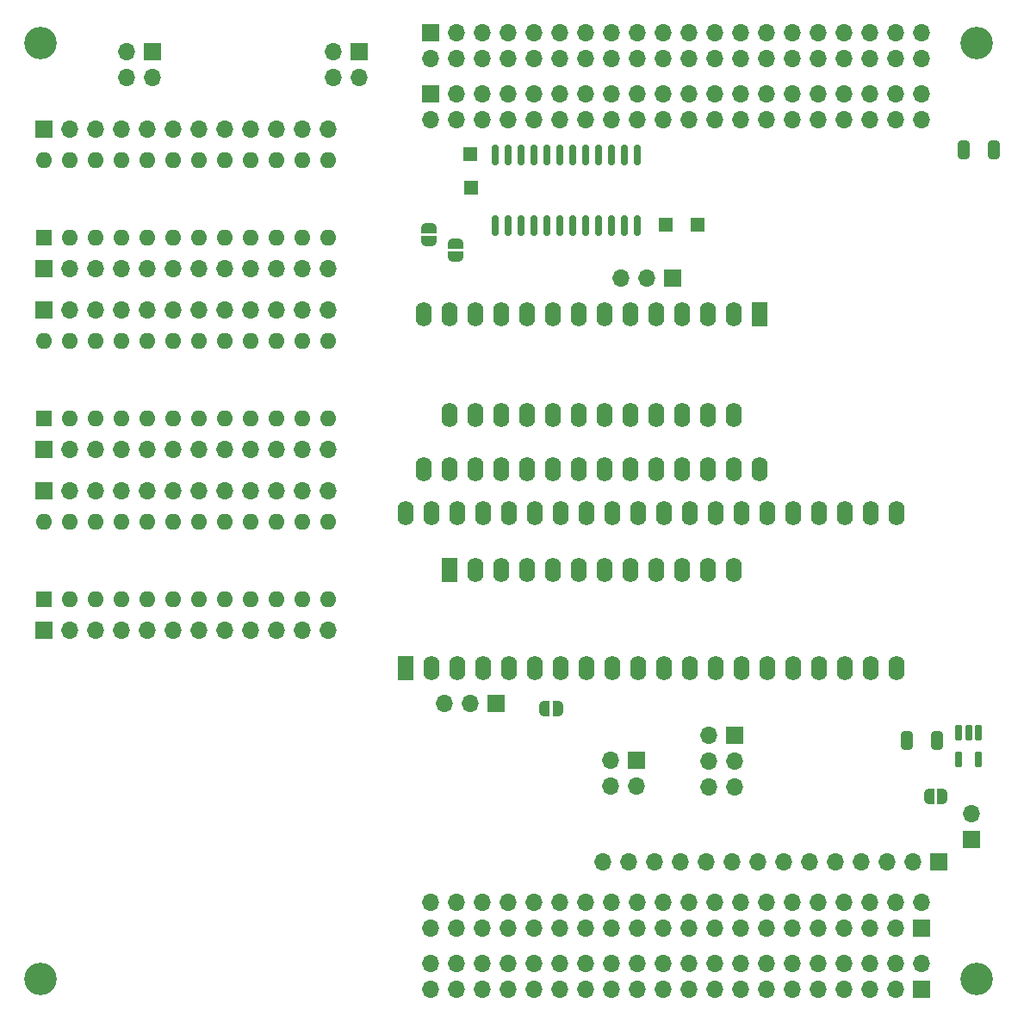
<source format=gbr>
%TF.GenerationSoftware,KiCad,Pcbnew,8.0.5-8.0.5-0~ubuntu22.04.1*%
%TF.CreationDate,2024-10-05T20:40:55+02:00*%
%TF.ProjectId,MOT_SerialBoard,4d4f545f-5365-4726-9961-6c426f617264,rev?*%
%TF.SameCoordinates,Original*%
%TF.FileFunction,Soldermask,Top*%
%TF.FilePolarity,Negative*%
%FSLAX46Y46*%
G04 Gerber Fmt 4.6, Leading zero omitted, Abs format (unit mm)*
G04 Created by KiCad (PCBNEW 8.0.5-8.0.5-0~ubuntu22.04.1) date 2024-10-05 20:40:55*
%MOMM*%
%LPD*%
G01*
G04 APERTURE LIST*
G04 Aperture macros list*
%AMRoundRect*
0 Rectangle with rounded corners*
0 $1 Rounding radius*
0 $2 $3 $4 $5 $6 $7 $8 $9 X,Y pos of 4 corners*
0 Add a 4 corners polygon primitive as box body*
4,1,4,$2,$3,$4,$5,$6,$7,$8,$9,$2,$3,0*
0 Add four circle primitives for the rounded corners*
1,1,$1+$1,$2,$3*
1,1,$1+$1,$4,$5*
1,1,$1+$1,$6,$7*
1,1,$1+$1,$8,$9*
0 Add four rect primitives between the rounded corners*
20,1,$1+$1,$2,$3,$4,$5,0*
20,1,$1+$1,$4,$5,$6,$7,0*
20,1,$1+$1,$6,$7,$8,$9,0*
20,1,$1+$1,$8,$9,$2,$3,0*%
%AMFreePoly0*
4,1,19,0.500000,-0.750000,0.000000,-0.750000,0.000000,-0.744911,-0.071157,-0.744911,-0.207708,-0.704816,-0.327430,-0.627875,-0.420627,-0.520320,-0.479746,-0.390866,-0.500000,-0.250000,-0.500000,0.250000,-0.479746,0.390866,-0.420627,0.520320,-0.327430,0.627875,-0.207708,0.704816,-0.071157,0.744911,0.000000,0.744911,0.000000,0.750000,0.500000,0.750000,0.500000,-0.750000,0.500000,-0.750000,
$1*%
%AMFreePoly1*
4,1,19,0.000000,0.744911,0.071157,0.744911,0.207708,0.704816,0.327430,0.627875,0.420627,0.520320,0.479746,0.390866,0.500000,0.250000,0.500000,-0.250000,0.479746,-0.390866,0.420627,-0.520320,0.327430,-0.627875,0.207708,-0.704816,0.071157,-0.744911,0.000000,-0.744911,0.000000,-0.750000,-0.500000,-0.750000,-0.500000,0.750000,0.000000,0.750000,0.000000,0.744911,0.000000,0.744911,
$1*%
G04 Aperture macros list end*
%ADD10R,1.700000X1.700000*%
%ADD11O,1.700000X1.700000*%
%ADD12R,1.600000X1.600000*%
%ADD13O,1.600000X1.600000*%
%ADD14R,1.600000X2.400000*%
%ADD15O,1.600000X2.400000*%
%ADD16RoundRect,0.250000X-0.325000X-0.650000X0.325000X-0.650000X0.325000X0.650000X-0.325000X0.650000X0*%
%ADD17RoundRect,0.162500X-0.162500X0.617500X-0.162500X-0.617500X0.162500X-0.617500X0.162500X0.617500X0*%
%ADD18FreePoly0,270.000000*%
%ADD19FreePoly1,270.000000*%
%ADD20R,1.350000X1.350000*%
%ADD21FreePoly0,180.000000*%
%ADD22FreePoly1,180.000000*%
%ADD23FreePoly0,0.000000*%
%ADD24FreePoly1,0.000000*%
%ADD25C,3.200000*%
%ADD26RoundRect,0.150000X0.150000X-0.837500X0.150000X0.837500X-0.150000X0.837500X-0.150000X-0.837500X0*%
%ADD27RoundRect,0.250000X0.325000X0.650000X-0.325000X0.650000X-0.325000X-0.650000X0.325000X-0.650000X0*%
G04 APERTURE END LIST*
D10*
%TO.C,J16*%
X54356000Y-80264000D03*
D11*
X56896000Y-80264000D03*
X59436000Y-80264000D03*
X61976000Y-80264000D03*
X64516000Y-80264000D03*
X67056000Y-80264000D03*
X69596000Y-80264000D03*
X72136000Y-80264000D03*
X74676000Y-80264000D03*
X77216000Y-80264000D03*
X79756000Y-80264000D03*
X82296000Y-80264000D03*
%TD*%
D12*
%TO.C,J15*%
X54356000Y-90932000D03*
D13*
X56896000Y-90932000D03*
X59436000Y-90932000D03*
X61976000Y-90932000D03*
X64516000Y-90932000D03*
X67056000Y-90932000D03*
X69596000Y-90932000D03*
X72136000Y-90932000D03*
X74676000Y-90932000D03*
X77216000Y-90932000D03*
X79756000Y-90932000D03*
X82296000Y-90932000D03*
X82296000Y-83312000D03*
X79756000Y-83312000D03*
X77216000Y-83312000D03*
X74676000Y-83312000D03*
X72136000Y-83312000D03*
X69596000Y-83312000D03*
X67056000Y-83312000D03*
X64516000Y-83312000D03*
X61976000Y-83312000D03*
X59436000Y-83312000D03*
X56896000Y-83312000D03*
X54356000Y-83312000D03*
%TD*%
D10*
%TO.C,J14*%
X54356000Y-93980000D03*
D11*
X56896000Y-93980000D03*
X59436000Y-93980000D03*
X61976000Y-93980000D03*
X64516000Y-93980000D03*
X67056000Y-93980000D03*
X69596000Y-93980000D03*
X72136000Y-93980000D03*
X74676000Y-93980000D03*
X77216000Y-93980000D03*
X79756000Y-93980000D03*
X82296000Y-93980000D03*
%TD*%
D10*
%TO.C,J13*%
X54356000Y-98044000D03*
D11*
X56896000Y-98044000D03*
X59436000Y-98044000D03*
X61976000Y-98044000D03*
X64516000Y-98044000D03*
X67056000Y-98044000D03*
X69596000Y-98044000D03*
X72136000Y-98044000D03*
X74676000Y-98044000D03*
X77216000Y-98044000D03*
X79756000Y-98044000D03*
X82296000Y-98044000D03*
%TD*%
D12*
%TO.C,J12*%
X54356000Y-108712000D03*
D13*
X56896000Y-108712000D03*
X59436000Y-108712000D03*
X61976000Y-108712000D03*
X64516000Y-108712000D03*
X67056000Y-108712000D03*
X69596000Y-108712000D03*
X72136000Y-108712000D03*
X74676000Y-108712000D03*
X77216000Y-108712000D03*
X79756000Y-108712000D03*
X82296000Y-108712000D03*
X82296000Y-101092000D03*
X79756000Y-101092000D03*
X77216000Y-101092000D03*
X74676000Y-101092000D03*
X72136000Y-101092000D03*
X69596000Y-101092000D03*
X67056000Y-101092000D03*
X64516000Y-101092000D03*
X61976000Y-101092000D03*
X59436000Y-101092000D03*
X56896000Y-101092000D03*
X54356000Y-101092000D03*
%TD*%
D10*
%TO.C,J7*%
X54356000Y-111760000D03*
D11*
X56896000Y-111760000D03*
X59436000Y-111760000D03*
X61976000Y-111760000D03*
X64516000Y-111760000D03*
X67056000Y-111760000D03*
X69596000Y-111760000D03*
X72136000Y-111760000D03*
X74676000Y-111760000D03*
X77216000Y-111760000D03*
X79756000Y-111760000D03*
X82296000Y-111760000D03*
%TD*%
D10*
%TO.C,J37*%
X54356000Y-62484000D03*
D11*
X56896000Y-62484000D03*
X59436000Y-62484000D03*
X61976000Y-62484000D03*
X64516000Y-62484000D03*
X67056000Y-62484000D03*
X69596000Y-62484000D03*
X72136000Y-62484000D03*
X74676000Y-62484000D03*
X77216000Y-62484000D03*
X79756000Y-62484000D03*
X82296000Y-62484000D03*
%TD*%
D10*
%TO.C,J27*%
X112531000Y-124479000D03*
D11*
X109991000Y-124479000D03*
X112531000Y-127019000D03*
X109991000Y-127019000D03*
%TD*%
D10*
%TO.C,J30*%
X65024000Y-54864000D03*
D11*
X62484000Y-54864000D03*
X65024000Y-57404000D03*
X62484000Y-57404000D03*
%TD*%
D10*
%TO.C,J1*%
X92367000Y-53000000D03*
D11*
X92367000Y-55540000D03*
X94907000Y-53000000D03*
X94907000Y-55540000D03*
X97447000Y-53000000D03*
X97447000Y-55540000D03*
X99987000Y-53000000D03*
X99987000Y-55540000D03*
X102527000Y-53000000D03*
X102527000Y-55540000D03*
X105067000Y-53000000D03*
X105067000Y-55540000D03*
X107607000Y-53000000D03*
X107607000Y-55540000D03*
X110147000Y-53000000D03*
X110147000Y-55540000D03*
X112687000Y-53000000D03*
X112687000Y-55540000D03*
X115227000Y-53000000D03*
X115227000Y-55540000D03*
X117767000Y-53000000D03*
X117767000Y-55540000D03*
X120307000Y-53000000D03*
X120307000Y-55540000D03*
X122847000Y-53000000D03*
X122847000Y-55540000D03*
X125387000Y-53000000D03*
X125387000Y-55540000D03*
X127927000Y-53000000D03*
X127927000Y-55540000D03*
X130467000Y-53000000D03*
X130467000Y-55540000D03*
X133007000Y-53000000D03*
X133007000Y-55540000D03*
X135547000Y-53000000D03*
X135547000Y-55540000D03*
X138087000Y-53000000D03*
X138087000Y-55540000D03*
X140627000Y-53000000D03*
X140627000Y-55540000D03*
%TD*%
D14*
%TO.C,U1*%
X124648000Y-80674800D03*
D15*
X122108000Y-80674800D03*
X119568000Y-80674800D03*
X117028000Y-80674800D03*
X114488000Y-80674800D03*
X111948000Y-80674800D03*
X109408000Y-80674800D03*
X106868000Y-80674800D03*
X104328000Y-80674800D03*
X101788000Y-80674800D03*
X99248000Y-80674800D03*
X96708000Y-80674800D03*
X94168000Y-80674800D03*
X91628000Y-80674800D03*
X91628000Y-95914800D03*
X94168000Y-95914800D03*
X96708000Y-95914800D03*
X99248000Y-95914800D03*
X101788000Y-95914800D03*
X104328000Y-95914800D03*
X106868000Y-95914800D03*
X109408000Y-95914800D03*
X111948000Y-95914800D03*
X114488000Y-95914800D03*
X117028000Y-95914800D03*
X119568000Y-95914800D03*
X122108000Y-95914800D03*
X124648000Y-95914800D03*
%TD*%
D16*
%TO.C,C3*%
X144725000Y-64500000D03*
X147675000Y-64500000D03*
%TD*%
D17*
%TO.C,U5*%
X146172000Y-121760000D03*
X145222000Y-121760000D03*
X144272000Y-121760000D03*
X144272000Y-124460000D03*
X146172000Y-124460000D03*
%TD*%
D18*
%TO.C,JP8*%
X94800000Y-73675000D03*
D19*
X94800000Y-74975000D03*
%TD*%
D10*
%TO.C,J4*%
X140627000Y-141000000D03*
D11*
X140627000Y-138460000D03*
X138087000Y-141000000D03*
X138087000Y-138460000D03*
X135547000Y-141000000D03*
X135547000Y-138460000D03*
X133007000Y-141000000D03*
X133007000Y-138460000D03*
X130467000Y-141000000D03*
X130467000Y-138460000D03*
X127927000Y-141000000D03*
X127927000Y-138460000D03*
X125387000Y-141000000D03*
X125387000Y-138460000D03*
X122847000Y-141000000D03*
X122847000Y-138460000D03*
X120307000Y-141000000D03*
X120307000Y-138460000D03*
X117767000Y-141000000D03*
X117767000Y-138460000D03*
X115227000Y-141000000D03*
X115227000Y-138460000D03*
X112687000Y-141000000D03*
X112687000Y-138460000D03*
X110147000Y-141000000D03*
X110147000Y-138460000D03*
X107607000Y-141000000D03*
X107607000Y-138460000D03*
X105067000Y-141000000D03*
X105067000Y-138460000D03*
X102527000Y-141000000D03*
X102527000Y-138460000D03*
X99987000Y-141000000D03*
X99987000Y-138460000D03*
X97447000Y-141000000D03*
X97447000Y-138460000D03*
X94907000Y-141000000D03*
X94907000Y-138460000D03*
X92367000Y-141000000D03*
X92367000Y-138460000D03*
%TD*%
D10*
%TO.C,J31*%
X85344000Y-54864000D03*
D11*
X82804000Y-54864000D03*
X85344000Y-57404000D03*
X82804000Y-57404000D03*
%TD*%
D10*
%TO.C,JP3*%
X98775000Y-118875000D03*
D11*
X96235000Y-118875000D03*
X93695000Y-118875000D03*
%TD*%
D10*
%TO.C,J29*%
X54356000Y-76200000D03*
D11*
X56896000Y-76200000D03*
X59436000Y-76200000D03*
X61976000Y-76200000D03*
X64516000Y-76200000D03*
X67056000Y-76200000D03*
X69596000Y-76200000D03*
X72136000Y-76200000D03*
X74676000Y-76200000D03*
X77216000Y-76200000D03*
X79756000Y-76200000D03*
X82296000Y-76200000D03*
%TD*%
D20*
%TO.C,J10*%
X96300000Y-68200000D03*
%TD*%
D10*
%TO.C,J6*%
X122250000Y-122020000D03*
D11*
X119710000Y-122020000D03*
X122250000Y-124560000D03*
X119710000Y-124560000D03*
X122250000Y-127100000D03*
X119710000Y-127100000D03*
%TD*%
D21*
%TO.C,JP4*%
X142625000Y-128050000D03*
D22*
X141325000Y-128050000D03*
%TD*%
D20*
%TO.C,J5*%
X96225000Y-64925000D03*
%TD*%
D10*
%TO.C,J26*%
X145517000Y-132314000D03*
D11*
X145517000Y-129774000D03*
%TD*%
D10*
%TO.C,J2*%
X140627000Y-147000000D03*
D11*
X140627000Y-144460000D03*
X138087000Y-147000000D03*
X138087000Y-144460000D03*
X135547000Y-147000000D03*
X135547000Y-144460000D03*
X133007000Y-147000000D03*
X133007000Y-144460000D03*
X130467000Y-147000000D03*
X130467000Y-144460000D03*
X127927000Y-147000000D03*
X127927000Y-144460000D03*
X125387000Y-147000000D03*
X125387000Y-144460000D03*
X122847000Y-147000000D03*
X122847000Y-144460000D03*
X120307000Y-147000000D03*
X120307000Y-144460000D03*
X117767000Y-147000000D03*
X117767000Y-144460000D03*
X115227000Y-147000000D03*
X115227000Y-144460000D03*
X112687000Y-147000000D03*
X112687000Y-144460000D03*
X110147000Y-147000000D03*
X110147000Y-144460000D03*
X107607000Y-147000000D03*
X107607000Y-144460000D03*
X105067000Y-147000000D03*
X105067000Y-144460000D03*
X102527000Y-147000000D03*
X102527000Y-144460000D03*
X99987000Y-147000000D03*
X99987000Y-144460000D03*
X97447000Y-147000000D03*
X97447000Y-144460000D03*
X94907000Y-147000000D03*
X94907000Y-144460000D03*
X92367000Y-147000000D03*
X92367000Y-144460000D03*
%TD*%
D23*
%TO.C,JP2*%
X103550000Y-119425000D03*
D24*
X104850000Y-119425000D03*
%TD*%
D14*
%TO.C,U3*%
X89855000Y-115477800D03*
D15*
X92395000Y-115477800D03*
X94935000Y-115477800D03*
X97475000Y-115477800D03*
X100015000Y-115477800D03*
X102555000Y-115477800D03*
X105095000Y-115477800D03*
X107635000Y-115477800D03*
X110175000Y-115477800D03*
X112715000Y-115477800D03*
X115255000Y-115477800D03*
X117795000Y-115477800D03*
X120335000Y-115477800D03*
X122875000Y-115477800D03*
X125415000Y-115477800D03*
X127955000Y-115477800D03*
X130495000Y-115477800D03*
X133035000Y-115477800D03*
X135575000Y-115477800D03*
X138115000Y-115477800D03*
X138115000Y-100237800D03*
X135575000Y-100237800D03*
X133035000Y-100237800D03*
X130495000Y-100237800D03*
X127955000Y-100237800D03*
X125415000Y-100237800D03*
X122875000Y-100237800D03*
X120335000Y-100237800D03*
X117795000Y-100237800D03*
X115255000Y-100237800D03*
X112715000Y-100237800D03*
X110175000Y-100237800D03*
X107635000Y-100237800D03*
X105095000Y-100237800D03*
X102555000Y-100237800D03*
X100015000Y-100237800D03*
X97475000Y-100237800D03*
X94935000Y-100237800D03*
X92395000Y-100237800D03*
X89855000Y-100237800D03*
%TD*%
D25*
%TO.C,H3*%
X146000000Y-54000000D03*
%TD*%
D10*
%TO.C,J11*%
X142325000Y-134525000D03*
D11*
X139785000Y-134525000D03*
X137245000Y-134525000D03*
X134705000Y-134525000D03*
X132165000Y-134525000D03*
X129625000Y-134525000D03*
X127085000Y-134525000D03*
X124545000Y-134525000D03*
X122005000Y-134525000D03*
X119465000Y-134525000D03*
X116925000Y-134525000D03*
X114385000Y-134525000D03*
X111845000Y-134525000D03*
X109305000Y-134525000D03*
%TD*%
D12*
%TO.C,J35*%
X54356000Y-73152000D03*
D13*
X56896000Y-73152000D03*
X59436000Y-73152000D03*
X61976000Y-73152000D03*
X64516000Y-73152000D03*
X67056000Y-73152000D03*
X69596000Y-73152000D03*
X72136000Y-73152000D03*
X74676000Y-73152000D03*
X77216000Y-73152000D03*
X79756000Y-73152000D03*
X82296000Y-73152000D03*
X82296000Y-65532000D03*
X79756000Y-65532000D03*
X77216000Y-65532000D03*
X74676000Y-65532000D03*
X72136000Y-65532000D03*
X69596000Y-65532000D03*
X67056000Y-65532000D03*
X64516000Y-65532000D03*
X61976000Y-65532000D03*
X59436000Y-65532000D03*
X56896000Y-65532000D03*
X54356000Y-65532000D03*
%TD*%
D10*
%TO.C,J3*%
X92367000Y-59000000D03*
D11*
X92367000Y-61540000D03*
X94907000Y-59000000D03*
X94907000Y-61540000D03*
X97447000Y-59000000D03*
X97447000Y-61540000D03*
X99987000Y-59000000D03*
X99987000Y-61540000D03*
X102527000Y-59000000D03*
X102527000Y-61540000D03*
X105067000Y-59000000D03*
X105067000Y-61540000D03*
X107607000Y-59000000D03*
X107607000Y-61540000D03*
X110147000Y-59000000D03*
X110147000Y-61540000D03*
X112687000Y-59000000D03*
X112687000Y-61540000D03*
X115227000Y-59000000D03*
X115227000Y-61540000D03*
X117767000Y-59000000D03*
X117767000Y-61540000D03*
X120307000Y-59000000D03*
X120307000Y-61540000D03*
X122847000Y-59000000D03*
X122847000Y-61540000D03*
X125387000Y-59000000D03*
X125387000Y-61540000D03*
X127927000Y-59000000D03*
X127927000Y-61540000D03*
X130467000Y-59000000D03*
X130467000Y-61540000D03*
X133007000Y-59000000D03*
X133007000Y-61540000D03*
X135547000Y-59000000D03*
X135547000Y-61540000D03*
X138087000Y-59000000D03*
X138087000Y-61540000D03*
X140627000Y-59000000D03*
X140627000Y-61540000D03*
%TD*%
D10*
%TO.C,JP1*%
X116125000Y-77125000D03*
D11*
X113585000Y-77125000D03*
X111045000Y-77125000D03*
%TD*%
D18*
%TO.C,JP9*%
X92200000Y-72150000D03*
D19*
X92200000Y-73450000D03*
%TD*%
D26*
%TO.C,U9*%
X98714717Y-71919580D03*
X99984717Y-71919580D03*
X101254717Y-71919580D03*
X102524717Y-71919580D03*
X103794717Y-71919580D03*
X105064717Y-71919580D03*
X106334717Y-71919580D03*
X107604717Y-71919580D03*
X108874717Y-71919580D03*
X110144717Y-71919580D03*
X111414717Y-71919580D03*
X112684717Y-71919580D03*
X112684717Y-64994580D03*
X111414717Y-64994580D03*
X110144717Y-64994580D03*
X108874717Y-64994580D03*
X107604717Y-64994580D03*
X106334717Y-64994580D03*
X105064717Y-64994580D03*
X103794717Y-64994580D03*
X102524717Y-64994580D03*
X101254717Y-64994580D03*
X99984717Y-64994580D03*
X98714717Y-64994580D03*
%TD*%
D25*
%TO.C,H1*%
X54000000Y-54000000D03*
%TD*%
%TO.C,H2*%
X54000000Y-146000000D03*
%TD*%
D27*
%TO.C,C7*%
X142100000Y-122525000D03*
X139150000Y-122525000D03*
%TD*%
D14*
%TO.C,U4*%
X94168000Y-105820800D03*
D15*
X96708000Y-105820800D03*
X99248000Y-105820800D03*
X101788000Y-105820800D03*
X104328000Y-105820800D03*
X106868000Y-105820800D03*
X109408000Y-105820800D03*
X111948000Y-105820800D03*
X114488000Y-105820800D03*
X117028000Y-105820800D03*
X119568000Y-105820800D03*
X122108000Y-105820800D03*
X122108000Y-90580800D03*
X119568000Y-90580800D03*
X117028000Y-90580800D03*
X114488000Y-90580800D03*
X111948000Y-90580800D03*
X109408000Y-90580800D03*
X106868000Y-90580800D03*
X104328000Y-90580800D03*
X101788000Y-90580800D03*
X99248000Y-90580800D03*
X96708000Y-90580800D03*
X94168000Y-90580800D03*
%TD*%
D25*
%TO.C,H4*%
X146000000Y-146000000D03*
%TD*%
D20*
%TO.C,J8*%
X115425000Y-71800000D03*
%TD*%
%TO.C,J9*%
X118625000Y-71800000D03*
%TD*%
M02*

</source>
